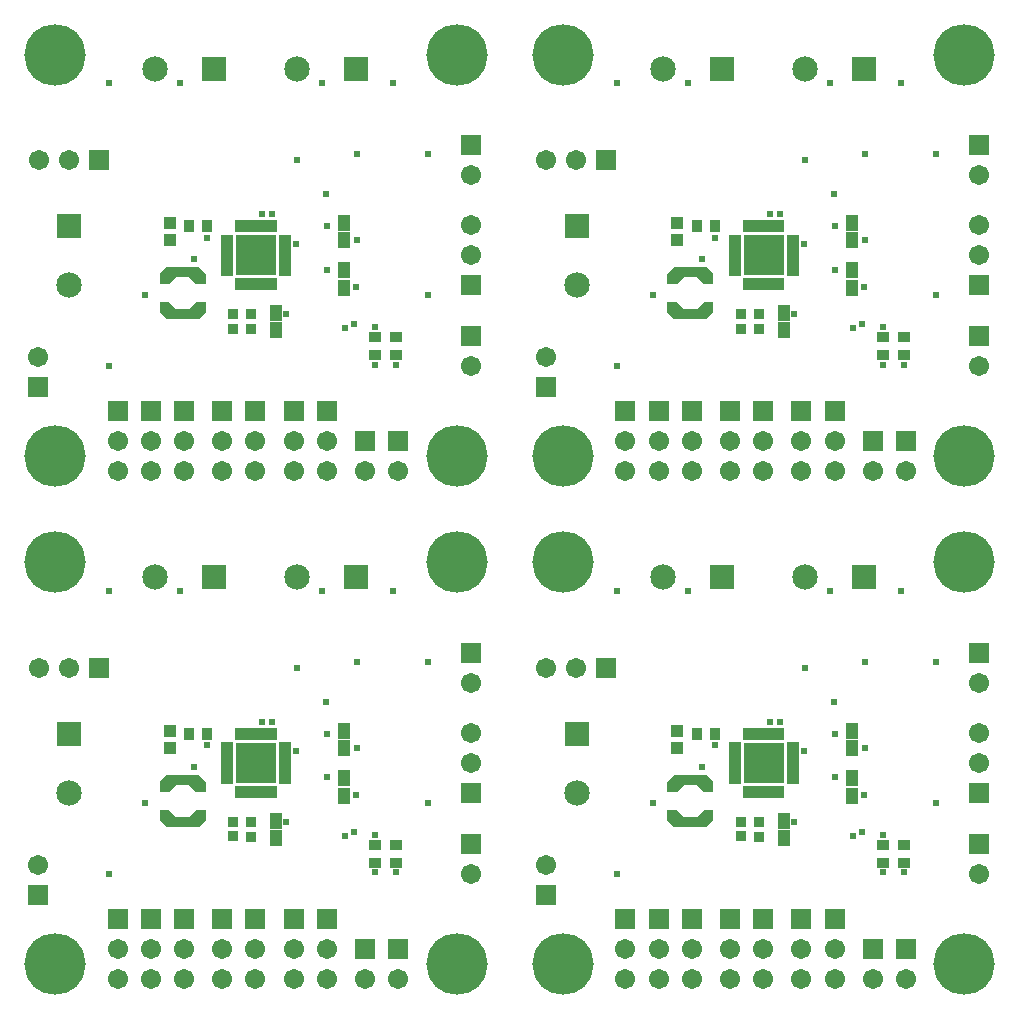
<source format=gts>
%MOIN*%
%OFA0B0*%
%FSLAX25Y25*%
%IPPOS*%
%LPD*%
%ADD14R,0.039609999999999992X0.04351*%
%ADD15R,0.04343X0.03556*%
%ADD16R,0.03556X0.04343*%
%ADD17R,0.13202X0.13202*%
%ADD18R,0.04068X0.01981*%
%ADD19R,0.01981X0.04068*%
%ADD20R,0.03985X0.05241*%
%ADD21R,0.03568X0.03563*%
%ADD22R,0.03379X0.03174*%
%ADD23C,0.04039*%
%ADD24R,0.06706X0.06706*%
%ADD25C,0.06706*%
%ADD26R,0.06706X0.06706*%
%ADD27C,0.08477*%
%ADD28R,0.08477X0.08477*%
%ADD29R,0.08477X0.08477*%
%ADD30C,0.20485000000000003*%
%ADD31C,0.02375*%
%ADD32C,0.03556*%
%ADD43R,0.039609999999999992X0.04351*%
%ADD44R,0.04343X0.03556*%
%ADD45R,0.03556X0.04343*%
%ADD46R,0.13202X0.13202*%
%ADD47R,0.04068X0.01981*%
%ADD48R,0.01981X0.04068*%
%ADD49R,0.03985X0.05241*%
%ADD50R,0.03568X0.03563*%
%ADD51R,0.03379X0.03174*%
%ADD52C,0.04039*%
%ADD53R,0.06706X0.06706*%
%ADD54C,0.06706*%
%ADD55R,0.06706X0.06706*%
%ADD56C,0.08477*%
%ADD57R,0.08477X0.08477*%
%ADD58R,0.08477X0.08477*%
%ADD59C,0.20485000000000003*%
%ADD60C,0.02375*%
%ADD61C,0.03556*%
%ADD62R,0.039609999999999992X0.04351*%
%ADD63R,0.04343X0.03556*%
%ADD64R,0.03556X0.04343*%
%ADD65R,0.13202X0.13202*%
%ADD66R,0.04068X0.01981*%
%ADD67R,0.01981X0.04068*%
%ADD68R,0.03985X0.05241*%
%ADD69R,0.03568X0.03563*%
%ADD70R,0.03379X0.03174*%
%ADD71C,0.04039*%
%ADD72R,0.06706X0.06706*%
%ADD73C,0.06706*%
%ADD74R,0.06706X0.06706*%
%ADD75C,0.08477*%
%ADD76R,0.08477X0.08477*%
%ADD77R,0.08477X0.08477*%
%ADD78C,0.20485000000000003*%
%ADD79C,0.02375*%
%ADD80C,0.03556*%
%ADD81R,0.039609999999999992X0.04351*%
%ADD82R,0.04343X0.03556*%
%ADD83R,0.03556X0.04343*%
%ADD84R,0.13202X0.13202*%
%ADD85R,0.04068X0.01981*%
%ADD86R,0.01981X0.04068*%
%ADD87R,0.03985X0.05241*%
%ADD88R,0.03568X0.03563*%
%ADD89R,0.03379X0.03174*%
%ADD90C,0.04039*%
%ADD91R,0.06706X0.06706*%
%ADD92C,0.06706*%
%ADD93R,0.06706X0.06706*%
%ADD94C,0.08477*%
%ADD95R,0.08477X0.08477*%
%ADD96R,0.08477X0.08477*%
%ADD97C,0.20485000000000003*%
%ADD98C,0.02375*%
%ADD99C,0.03556*%
G01*
G75*
G36*
X0061988Y0295905D02*
X0059823Y0293700D01*
X0048838Y0293700D01*
X0046673Y0295905D01*
X0046673Y0299409D01*
X0049724Y0299409D01*
X0052067Y0297125D01*
X0056594Y0297125D01*
X0058936Y0299409D01*
X0061988Y0299409D01*
X0061988Y0295905D01*
D02*
G37*
G36*
X0061988Y0308818D02*
X0061988Y0305315D01*
X0058936Y0305315D01*
X0056594Y0307598D01*
X0052067Y0307598D01*
X0049724Y0305315D01*
X0046673Y0305315D01*
X0046673Y0308818D01*
X0048838Y0311023D01*
X0059823Y0311023D01*
X0061988Y0308818D01*
D02*
G37*
D14*
X0050000Y0320076D02*
D03*
X0050000Y0325592D02*
D03*
D15*
X0118504Y0281692D02*
D03*
X0118504Y0287598D02*
D03*
X0125394Y0287598D02*
D03*
X0125394Y0281692D02*
D03*
D16*
X0062402Y0324803D02*
D03*
X0056496Y0324803D02*
D03*
D17*
X0078740Y0314960D02*
D03*
D18*
X0069055Y0309055D02*
D03*
X0069055Y0311023D02*
D03*
X0069055Y0312992D02*
D03*
X0069055Y0314960D02*
D03*
X0069055Y0316929D02*
D03*
X0069055Y0318897D02*
D03*
X0069055Y0320865D02*
D03*
X0088425Y0320865D02*
D03*
X0088425Y0318897D02*
D03*
X0088425Y0316929D02*
D03*
X0088425Y0314960D02*
D03*
X0088425Y0312992D02*
D03*
X0088425Y0311023D02*
D03*
X0088425Y0309055D02*
D03*
D19*
X0072835Y0324645D02*
D03*
X0074803Y0324645D02*
D03*
X0076772Y0324645D02*
D03*
X0078740Y0324645D02*
D03*
X0080709Y0324645D02*
D03*
X0082677Y0324645D02*
D03*
X0084646Y0324645D02*
D03*
X0084646Y0305275D02*
D03*
X0082677Y0305275D02*
D03*
X0080709Y0305275D02*
D03*
X0078740Y0305275D02*
D03*
X0076772Y0305275D02*
D03*
X0074803Y0305275D02*
D03*
X0072835Y0305275D02*
D03*
D20*
X0108268Y0310002D02*
D03*
X0108268Y0304171D02*
D03*
X0108268Y0325750D02*
D03*
X0108268Y0319919D02*
D03*
X0085433Y0295828D02*
D03*
X0085433Y0289997D02*
D03*
D21*
X0071260Y0295277D02*
D03*
X0071260Y0290549D02*
D03*
D22*
X0077165Y0295378D02*
D03*
X0077165Y0290448D02*
D03*
D23*
X0058956Y0296019D02*
D03*
X0058956Y0308704D02*
D03*
D24*
X0006102Y0271101D02*
D03*
X0054723Y0263149D02*
D03*
X0043701Y0263149D02*
D03*
X0032677Y0263149D02*
D03*
X0126181Y0253148D02*
D03*
X0078543Y0263149D02*
D03*
X0115157Y0253148D02*
D03*
X0067520Y0263149D02*
D03*
X0091337Y0263149D02*
D03*
X0102362Y0263149D02*
D03*
X0150393Y0304959D02*
D03*
X0150393Y0288188D02*
D03*
X0150393Y0351574D02*
D03*
D25*
X0006102Y0281102D02*
D03*
X0016339Y0346850D02*
D03*
X0006339Y0346850D02*
D03*
X0054723Y0253148D02*
D03*
X0054723Y0243149D02*
D03*
X0043701Y0253148D02*
D03*
X0043701Y0243149D02*
D03*
X0032677Y0253148D02*
D03*
X0032677Y0243149D02*
D03*
X0126181Y0243149D02*
D03*
X0078543Y0253148D02*
D03*
X0078543Y0243149D02*
D03*
X0115157Y0243149D02*
D03*
X0067520Y0253148D02*
D03*
X0067520Y0243149D02*
D03*
X0091337Y0253148D02*
D03*
X0091337Y0243149D02*
D03*
X0102362Y0253148D02*
D03*
X0102362Y0243149D02*
D03*
X0150393Y0324960D02*
D03*
X0150393Y0314960D02*
D03*
X0150393Y0278189D02*
D03*
X0150393Y0341574D02*
D03*
D26*
X0026339Y0346850D02*
D03*
D27*
X0016535Y0305119D02*
D03*
X0092521Y0377165D02*
D03*
X0045276Y0377165D02*
D03*
D28*
X0016535Y0324804D02*
D03*
D29*
X0112206Y0377165D02*
D03*
X0064961Y0377165D02*
D03*
D30*
X0011811Y0248030D02*
D03*
X0145669Y0381889D02*
D03*
X0011811Y0381889D02*
D03*
X0145669Y0248030D02*
D03*
D31*
X0136221Y0348818D02*
D03*
X0136221Y0301574D02*
D03*
X0124408Y0372441D02*
D03*
X0112599Y0348818D02*
D03*
X0100787Y0372441D02*
D03*
X0053542Y0372441D02*
D03*
X0041732Y0301574D02*
D03*
X0029920Y0372441D02*
D03*
X0029920Y0277952D02*
D03*
X0062598Y0320865D02*
D03*
X0088779Y0295472D02*
D03*
X0102559Y0324803D02*
D03*
X0102559Y0310236D02*
D03*
X0112205Y0304330D02*
D03*
X0092126Y0318897D02*
D03*
X0102165Y0335433D02*
D03*
X0092520Y0346850D02*
D03*
X0118504Y0278543D02*
D03*
X0125394Y0278543D02*
D03*
X0084252Y0328740D02*
D03*
X0080709Y0328740D02*
D03*
X0058268Y0313581D02*
D03*
X0118504Y0291141D02*
D03*
X0108464Y0290748D02*
D03*
X0111417Y0292125D02*
D03*
X0112598Y0320077D02*
D03*
D32*
X0083071Y0319291D02*
D03*
X0083071Y0310630D02*
D03*
X0078740Y0314960D02*
D03*
X0074409Y0319291D02*
D03*
X0074409Y0310630D02*
D03*
G04 next file*
G04*
G04 #@! TF.GenerationSoftware,Altium Limited,Altium Designer,21.7.2 (23)*
G04*
G04 Layer_Color=8388736*
G04 skipping 70
G04*
G04 #@! TF.SameCoordinates,3D67BF19-0A55-4891-8FEB-F4BE30BF2CF6*
G04*
G04*
G04 #@! TF.FilePolarity,Negative*
G04*
G01*
G75*
G36*
X0231279Y0295905D02*
X0229114Y0293700D01*
X0218129Y0293700D01*
X0215964Y0295905D01*
X0215964Y0299409D01*
X0219015Y0299409D01*
X0221358Y0297125D01*
X0225886Y0297125D01*
X0228228Y0299409D01*
X0231279Y0299409D01*
X0231279Y0295905D01*
D02*
G37*
G36*
X0231279Y0308818D02*
X0231279Y0305315D01*
X0228228Y0305315D01*
X0225886Y0307598D01*
X0221358Y0307598D01*
X0219015Y0305315D01*
X0215964Y0305315D01*
X0215964Y0308818D01*
X0218129Y0311023D01*
X0229114Y0311023D01*
X0231279Y0308818D01*
D02*
G37*
D43*
X0219291Y0320076D02*
D03*
X0219291Y0325592D02*
D03*
D44*
X0287795Y0281692D02*
D03*
X0287795Y0287598D02*
D03*
X0294685Y0287598D02*
D03*
X0294685Y0281692D02*
D03*
D45*
X0231693Y0324803D02*
D03*
X0225787Y0324803D02*
D03*
D46*
X0248030Y0314960D02*
D03*
D47*
X0238346Y0309055D02*
D03*
X0238346Y0311023D02*
D03*
X0238346Y0312992D02*
D03*
X0238346Y0314960D02*
D03*
X0238346Y0316929D02*
D03*
X0238346Y0318897D02*
D03*
X0238346Y0320865D02*
D03*
X0257716Y0320865D02*
D03*
X0257716Y0318897D02*
D03*
X0257716Y0316929D02*
D03*
X0257716Y0314960D02*
D03*
X0257716Y0312992D02*
D03*
X0257716Y0311023D02*
D03*
X0257716Y0309055D02*
D03*
D48*
X0242126Y0324645D02*
D03*
X0244094Y0324645D02*
D03*
X0246063Y0324645D02*
D03*
X0248030Y0324645D02*
D03*
X0250000Y0324645D02*
D03*
X0251968Y0324645D02*
D03*
X0253937Y0324645D02*
D03*
X0253937Y0305275D02*
D03*
X0251968Y0305275D02*
D03*
X0250000Y0305275D02*
D03*
X0248030Y0305275D02*
D03*
X0246063Y0305275D02*
D03*
X0244094Y0305275D02*
D03*
X0242126Y0305275D02*
D03*
D49*
X0277559Y0310002D02*
D03*
X0277559Y0304171D02*
D03*
X0277559Y0325750D02*
D03*
X0277559Y0319919D02*
D03*
X0254724Y0295828D02*
D03*
X0254724Y0289997D02*
D03*
D50*
X0240551Y0295277D02*
D03*
X0240551Y0290549D02*
D03*
D51*
X0246456Y0295378D02*
D03*
X0246456Y0290448D02*
D03*
D52*
X0228247Y0296019D02*
D03*
X0228247Y0308704D02*
D03*
D53*
X0175393Y0271101D02*
D03*
X0224015Y0263149D02*
D03*
X0212991Y0263149D02*
D03*
X0201968Y0263149D02*
D03*
X0295472Y0253148D02*
D03*
X0247834Y0263149D02*
D03*
X0284448Y0253148D02*
D03*
X0236811Y0263149D02*
D03*
X0260630Y0263149D02*
D03*
X0271652Y0263149D02*
D03*
X0319685Y0304959D02*
D03*
X0319685Y0288188D02*
D03*
X0319685Y0351574D02*
D03*
D54*
X0175393Y0281102D02*
D03*
X0185630Y0346850D02*
D03*
X0175630Y0346850D02*
D03*
X0224015Y0253148D02*
D03*
X0224015Y0243149D02*
D03*
X0212991Y0253148D02*
D03*
X0212991Y0243149D02*
D03*
X0201968Y0253148D02*
D03*
X0201968Y0243149D02*
D03*
X0295472Y0243149D02*
D03*
X0247834Y0253148D02*
D03*
X0247834Y0243149D02*
D03*
X0284448Y0243149D02*
D03*
X0236811Y0253148D02*
D03*
X0236811Y0243149D02*
D03*
X0260630Y0253148D02*
D03*
X0260630Y0243149D02*
D03*
X0271652Y0253148D02*
D03*
X0271652Y0243149D02*
D03*
X0319685Y0324960D02*
D03*
X0319685Y0314960D02*
D03*
X0319685Y0278189D02*
D03*
X0319685Y0341574D02*
D03*
D55*
X0195630Y0346850D02*
D03*
D56*
X0185826Y0305119D02*
D03*
X0261811Y0377165D02*
D03*
X0214567Y0377165D02*
D03*
D57*
X0185826Y0324804D02*
D03*
D58*
X0281497Y0377165D02*
D03*
X0234252Y0377165D02*
D03*
D59*
X0181102Y0248030D02*
D03*
X0314960Y0381889D02*
D03*
X0181102Y0381889D02*
D03*
X0314960Y0248030D02*
D03*
D60*
X0305512Y0348818D02*
D03*
X0305512Y0301574D02*
D03*
X0293700Y0372441D02*
D03*
X0281890Y0348818D02*
D03*
X0270078Y0372441D02*
D03*
X0222834Y0372441D02*
D03*
X0211023Y0301574D02*
D03*
X0199212Y0372441D02*
D03*
X0199212Y0277952D02*
D03*
X0231889Y0320865D02*
D03*
X0258070Y0295472D02*
D03*
X0271849Y0324803D02*
D03*
X0271849Y0310236D02*
D03*
X0281496Y0304330D02*
D03*
X0261417Y0318897D02*
D03*
X0271455Y0335433D02*
D03*
X0261811Y0346850D02*
D03*
X0287795Y0278543D02*
D03*
X0294685Y0278543D02*
D03*
X0253542Y0328740D02*
D03*
X0250000Y0328740D02*
D03*
X0227558Y0313581D02*
D03*
X0287795Y0291141D02*
D03*
X0277756Y0290748D02*
D03*
X0280708Y0292125D02*
D03*
X0281889Y0320077D02*
D03*
D61*
X0252362Y0319291D02*
D03*
X0252362Y0310630D02*
D03*
X0248030Y0314960D02*
D03*
X0243701Y0319291D02*
D03*
X0243701Y0310630D02*
D03*
G04 next file*
G04*
G04 #@! TF.GenerationSoftware,Altium Limited,Altium Designer,21.7.2 (23)*
G04*
G04 Layer_Color=8388736*
G04 skipping 70
G04*
G04 #@! TF.SameCoordinates,3D67BF19-0A55-4891-8FEB-F4BE30BF2CF6*
G04*
G04*
G04 #@! TF.FilePolarity,Negative*
G04*
G01*
G75*
G36*
X0061988Y0126614D02*
X0059823Y0124408D01*
X0048838Y0124408D01*
X0046673Y0126614D01*
X0046673Y0130118D01*
X0049724Y0130118D01*
X0052067Y0127834D01*
X0056594Y0127834D01*
X0058936Y0130118D01*
X0061988Y0130118D01*
X0061988Y0126614D01*
D02*
G37*
G36*
X0061988Y0139527D02*
X0061988Y0136024D01*
X0058936Y0136024D01*
X0056594Y0138307D01*
X0052067Y0138307D01*
X0049724Y0136024D01*
X0046673Y0136024D01*
X0046673Y0139527D01*
X0048838Y0141732D01*
X0059823Y0141732D01*
X0061988Y0139527D01*
D02*
G37*
D62*
X0050000Y0150785D02*
D03*
X0050000Y0156301D02*
D03*
D63*
X0118504Y0112401D02*
D03*
X0118504Y0118307D02*
D03*
X0125394Y0118307D02*
D03*
X0125394Y0112401D02*
D03*
D64*
X0062402Y0155512D02*
D03*
X0056496Y0155512D02*
D03*
D65*
X0078740Y0145669D02*
D03*
D66*
X0069055Y0139764D02*
D03*
X0069055Y0141732D02*
D03*
X0069055Y0143701D02*
D03*
X0069055Y0145669D02*
D03*
X0069055Y0147638D02*
D03*
X0069055Y0149606D02*
D03*
X0069055Y0151575D02*
D03*
X0088425Y0151575D02*
D03*
X0088425Y0149606D02*
D03*
X0088425Y0147638D02*
D03*
X0088425Y0145669D02*
D03*
X0088425Y0143701D02*
D03*
X0088425Y0141732D02*
D03*
X0088425Y0139764D02*
D03*
D67*
X0072835Y0155353D02*
D03*
X0074803Y0155353D02*
D03*
X0076772Y0155353D02*
D03*
X0078740Y0155353D02*
D03*
X0080709Y0155353D02*
D03*
X0082677Y0155353D02*
D03*
X0084646Y0155353D02*
D03*
X0084646Y0135984D02*
D03*
X0082677Y0135984D02*
D03*
X0080709Y0135984D02*
D03*
X0078740Y0135984D02*
D03*
X0076772Y0135984D02*
D03*
X0074803Y0135984D02*
D03*
X0072835Y0135984D02*
D03*
D68*
X0108268Y0140711D02*
D03*
X0108268Y0134879D02*
D03*
X0108268Y0156459D02*
D03*
X0108268Y0150628D02*
D03*
X0085433Y0126536D02*
D03*
X0085433Y0120706D02*
D03*
D69*
X0071260Y0125985D02*
D03*
X0071260Y0121258D02*
D03*
D70*
X0077165Y0126087D02*
D03*
X0077165Y0121157D02*
D03*
D71*
X0058956Y0126728D02*
D03*
X0058956Y0139413D02*
D03*
D72*
X0006102Y0101811D02*
D03*
X0054723Y0093858D02*
D03*
X0043701Y0093858D02*
D03*
X0032677Y0093858D02*
D03*
X0126181Y0083858D02*
D03*
X0078543Y0093858D02*
D03*
X0115157Y0083858D02*
D03*
X0067520Y0093858D02*
D03*
X0091337Y0093858D02*
D03*
X0102362Y0093858D02*
D03*
X0150393Y0135669D02*
D03*
X0150393Y0118897D02*
D03*
X0150393Y0182283D02*
D03*
D73*
X0006102Y0111811D02*
D03*
X0016339Y0177558D02*
D03*
X0006339Y0177558D02*
D03*
X0054723Y0083858D02*
D03*
X0054723Y0073858D02*
D03*
X0043701Y0083858D02*
D03*
X0043701Y0073858D02*
D03*
X0032677Y0083858D02*
D03*
X0032677Y0073858D02*
D03*
X0126181Y0073858D02*
D03*
X0078543Y0083858D02*
D03*
X0078543Y0073858D02*
D03*
X0115157Y0073858D02*
D03*
X0067520Y0083858D02*
D03*
X0067520Y0073858D02*
D03*
X0091337Y0083858D02*
D03*
X0091337Y0073858D02*
D03*
X0102362Y0083858D02*
D03*
X0102362Y0073858D02*
D03*
X0150393Y0155669D02*
D03*
X0150393Y0145669D02*
D03*
X0150393Y0108898D02*
D03*
X0150393Y0172283D02*
D03*
D74*
X0026339Y0177558D02*
D03*
D75*
X0016535Y0135828D02*
D03*
X0092521Y0207873D02*
D03*
X0045276Y0207873D02*
D03*
D76*
X0016535Y0155513D02*
D03*
D77*
X0112206Y0207873D02*
D03*
X0064961Y0207873D02*
D03*
D78*
X0011811Y0078740D02*
D03*
X0145669Y0212598D02*
D03*
X0011811Y0212598D02*
D03*
X0145669Y0078740D02*
D03*
D79*
X0136221Y0179528D02*
D03*
X0136221Y0132282D02*
D03*
X0124408Y0203150D02*
D03*
X0112599Y0179528D02*
D03*
X0100787Y0203150D02*
D03*
X0053542Y0203150D02*
D03*
X0041732Y0132282D02*
D03*
X0029920Y0203150D02*
D03*
X0029920Y0108661D02*
D03*
X0062598Y0151575D02*
D03*
X0088779Y0126181D02*
D03*
X0102559Y0155512D02*
D03*
X0102559Y0140945D02*
D03*
X0112205Y0135039D02*
D03*
X0092126Y0149606D02*
D03*
X0102165Y0166142D02*
D03*
X0092520Y0177558D02*
D03*
X0118504Y0109252D02*
D03*
X0125394Y0109252D02*
D03*
X0084252Y0159449D02*
D03*
X0080709Y0159449D02*
D03*
X0058268Y0144291D02*
D03*
X0118504Y0121849D02*
D03*
X0108464Y0121457D02*
D03*
X0111417Y0122834D02*
D03*
X0112598Y0150787D02*
D03*
D80*
X0083071Y0149999D02*
D03*
X0083071Y0141339D02*
D03*
X0078740Y0145669D02*
D03*
X0074409Y0149999D02*
D03*
X0074409Y0141339D02*
D03*
G04 next file*
G04*
G04 #@! TF.GenerationSoftware,Altium Limited,Altium Designer,21.7.2 (23)*
G04*
G04 Layer_Color=8388736*
G04 skipping 70
G04*
G04 #@! TF.SameCoordinates,3D67BF19-0A55-4891-8FEB-F4BE30BF2CF6*
G04*
G04*
G04 #@! TF.FilePolarity,Negative*
G04*
G01*
G75*
G36*
X0231279Y0126614D02*
X0229114Y0124408D01*
X0218129Y0124408D01*
X0215964Y0126614D01*
X0215964Y0130118D01*
X0219015Y0130118D01*
X0221358Y0127834D01*
X0225886Y0127834D01*
X0228228Y0130118D01*
X0231279Y0130118D01*
X0231279Y0126614D01*
D02*
G37*
G36*
X0231279Y0139527D02*
X0231279Y0136024D01*
X0228228Y0136024D01*
X0225886Y0138307D01*
X0221358Y0138307D01*
X0219015Y0136024D01*
X0215964Y0136024D01*
X0215964Y0139527D01*
X0218129Y0141732D01*
X0229114Y0141732D01*
X0231279Y0139527D01*
D02*
G37*
D81*
X0219291Y0150785D02*
D03*
X0219291Y0156301D02*
D03*
D82*
X0287795Y0112401D02*
D03*
X0287795Y0118307D02*
D03*
X0294685Y0118307D02*
D03*
X0294685Y0112401D02*
D03*
D83*
X0231693Y0155512D02*
D03*
X0225787Y0155512D02*
D03*
D84*
X0248030Y0145669D02*
D03*
D85*
X0238346Y0139764D02*
D03*
X0238346Y0141732D02*
D03*
X0238346Y0143701D02*
D03*
X0238346Y0145669D02*
D03*
X0238346Y0147638D02*
D03*
X0238346Y0149606D02*
D03*
X0238346Y0151575D02*
D03*
X0257716Y0151575D02*
D03*
X0257716Y0149606D02*
D03*
X0257716Y0147638D02*
D03*
X0257716Y0145669D02*
D03*
X0257716Y0143701D02*
D03*
X0257716Y0141732D02*
D03*
X0257716Y0139764D02*
D03*
D86*
X0242126Y0155353D02*
D03*
X0244094Y0155353D02*
D03*
X0246063Y0155353D02*
D03*
X0248030Y0155353D02*
D03*
X0250000Y0155353D02*
D03*
X0251968Y0155353D02*
D03*
X0253937Y0155353D02*
D03*
X0253937Y0135984D02*
D03*
X0251968Y0135984D02*
D03*
X0250000Y0135984D02*
D03*
X0248030Y0135984D02*
D03*
X0246063Y0135984D02*
D03*
X0244094Y0135984D02*
D03*
X0242126Y0135984D02*
D03*
D87*
X0277559Y0140711D02*
D03*
X0277559Y0134879D02*
D03*
X0277559Y0156459D02*
D03*
X0277559Y0150628D02*
D03*
X0254724Y0126536D02*
D03*
X0254724Y0120706D02*
D03*
D88*
X0240551Y0125985D02*
D03*
X0240551Y0121258D02*
D03*
D89*
X0246456Y0126087D02*
D03*
X0246456Y0121157D02*
D03*
D90*
X0228247Y0126728D02*
D03*
X0228247Y0139413D02*
D03*
D91*
X0175393Y0101811D02*
D03*
X0224015Y0093858D02*
D03*
X0212991Y0093858D02*
D03*
X0201968Y0093858D02*
D03*
X0295472Y0083858D02*
D03*
X0247834Y0093858D02*
D03*
X0284448Y0083858D02*
D03*
X0236811Y0093858D02*
D03*
X0260630Y0093858D02*
D03*
X0271652Y0093858D02*
D03*
X0319685Y0135669D02*
D03*
X0319685Y0118897D02*
D03*
X0319685Y0182283D02*
D03*
D92*
X0175393Y0111811D02*
D03*
X0185630Y0177558D02*
D03*
X0175630Y0177558D02*
D03*
X0224015Y0083858D02*
D03*
X0224015Y0073858D02*
D03*
X0212991Y0083858D02*
D03*
X0212991Y0073858D02*
D03*
X0201968Y0083858D02*
D03*
X0201968Y0073858D02*
D03*
X0295472Y0073858D02*
D03*
X0247834Y0083858D02*
D03*
X0247834Y0073858D02*
D03*
X0284448Y0073858D02*
D03*
X0236811Y0083858D02*
D03*
X0236811Y0073858D02*
D03*
X0260630Y0083858D02*
D03*
X0260630Y0073858D02*
D03*
X0271652Y0083858D02*
D03*
X0271652Y0073858D02*
D03*
X0319685Y0155669D02*
D03*
X0319685Y0145669D02*
D03*
X0319685Y0108898D02*
D03*
X0319685Y0172283D02*
D03*
D93*
X0195630Y0177558D02*
D03*
D94*
X0185826Y0135828D02*
D03*
X0261811Y0207873D02*
D03*
X0214567Y0207873D02*
D03*
D95*
X0185826Y0155513D02*
D03*
D96*
X0281497Y0207873D02*
D03*
X0234252Y0207873D02*
D03*
D97*
X0181102Y0078740D02*
D03*
X0314960Y0212598D02*
D03*
X0181102Y0212598D02*
D03*
X0314960Y0078740D02*
D03*
D98*
X0305512Y0179528D02*
D03*
X0305512Y0132282D02*
D03*
X0293700Y0203150D02*
D03*
X0281890Y0179528D02*
D03*
X0270078Y0203150D02*
D03*
X0222834Y0203150D02*
D03*
X0211023Y0132282D02*
D03*
X0199212Y0203150D02*
D03*
X0199212Y0108661D02*
D03*
X0231889Y0151575D02*
D03*
X0258070Y0126181D02*
D03*
X0271849Y0155512D02*
D03*
X0271849Y0140945D02*
D03*
X0281496Y0135039D02*
D03*
X0261417Y0149606D02*
D03*
X0271455Y0166142D02*
D03*
X0261811Y0177558D02*
D03*
X0287795Y0109252D02*
D03*
X0294685Y0109252D02*
D03*
X0253542Y0159449D02*
D03*
X0250000Y0159449D02*
D03*
X0227558Y0144291D02*
D03*
X0287795Y0121849D02*
D03*
X0277756Y0121457D02*
D03*
X0280708Y0122834D02*
D03*
X0281889Y0150787D02*
D03*
D99*
X0252362Y0149999D02*
D03*
X0252362Y0141339D02*
D03*
X0248030Y0145669D02*
D03*
X0243701Y0149999D02*
D03*
X0243701Y0141339D02*
D03*
M02*
</source>
